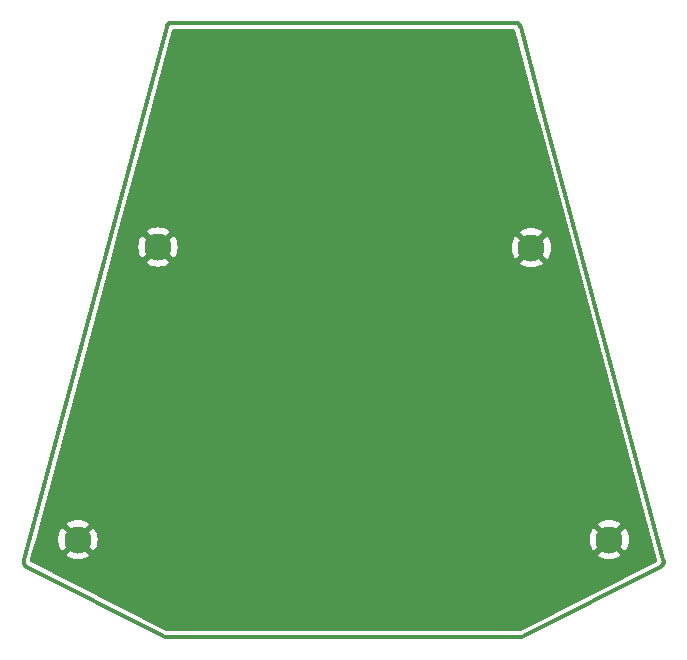
<source format=gtl>
%TF.GenerationSoftware,KiCad,Pcbnew,(6.0.6)*%
%TF.CreationDate,2022-07-30T19:54:54+09:00*%
%TF.ProjectId,pcb_promicro_plate,7063625f-7072-46f6-9d69-63726f5f706c,rev?*%
%TF.SameCoordinates,Original*%
%TF.FileFunction,Copper,L1,Top*%
%TF.FilePolarity,Positive*%
%FSLAX46Y46*%
G04 Gerber Fmt 4.6, Leading zero omitted, Abs format (unit mm)*
G04 Created by KiCad (PCBNEW (6.0.6)) date 2022-07-30 19:54:54*
%MOMM*%
%LPD*%
G01*
G04 APERTURE LIST*
%TA.AperFunction,Profile*%
%ADD10C,0.349999*%
%TD*%
%TA.AperFunction,ComponentPad*%
%ADD11C,2.300000*%
%TD*%
%ADD12C,0.350000*%
G04 APERTURE END LIST*
D10*
X65430922Y-76536269D02*
X65400408Y-76565938D01*
X23979829Y-30558346D02*
X23979829Y-30558346D01*
X23502503Y-30909433D02*
X23509173Y-30889505D01*
X11391991Y-76106323D02*
X11396272Y-76084812D01*
X23588880Y-30746577D02*
X23601829Y-30731009D01*
X53455227Y-30929768D02*
X55550911Y-38804961D01*
X11400305Y-76317877D02*
X11395469Y-76297411D01*
X65567455Y-76192206D02*
X65565701Y-76234730D01*
X11412505Y-76358030D02*
X11405988Y-76338092D01*
X53209144Y-30618118D02*
X53243856Y-30638675D01*
X23816916Y-30585581D02*
X23836341Y-30579326D01*
X11401531Y-76063343D02*
X11401531Y-76063343D01*
X65555573Y-76084766D02*
X65559856Y-76106277D01*
X11384825Y-76213572D02*
X11384399Y-76192251D01*
X65400408Y-76565938D02*
X65367174Y-76593115D01*
X11388383Y-76255833D02*
X11386157Y-76234775D01*
X23524832Y-30850929D02*
X23533779Y-30832313D01*
X53075767Y-30569183D02*
X53095789Y-30573856D01*
X23509173Y-30889505D02*
X23516623Y-30869999D01*
X11602320Y-76605729D02*
X11584712Y-76593143D01*
X65331315Y-76617587D02*
X65312431Y-76628742D01*
X23675100Y-30661928D02*
X23691315Y-30649974D01*
X65483409Y-76470306D02*
X65458620Y-76504321D01*
X23601829Y-30731009D02*
X23615374Y-30716004D01*
X11386157Y-76234775D02*
X11384825Y-76213572D01*
X53442688Y-30889485D02*
X53449359Y-30909412D01*
X23797821Y-30592604D02*
X23816916Y-30585581D01*
X52993201Y-30558793D02*
X53014173Y-30560114D01*
X11396272Y-76084812D02*
X11401531Y-76063343D01*
X11386312Y-76149363D02*
X11388675Y-76127848D01*
X53362979Y-30746567D02*
X53387010Y-30779327D01*
X53055477Y-30565325D02*
X53075767Y-30569183D01*
X23725144Y-30628054D02*
X23742717Y-30618119D01*
X23644169Y-30687746D02*
X23659377Y-30674524D01*
X21400946Y-38804961D02*
X23496633Y-30929768D01*
X53014173Y-30560114D02*
X53034939Y-30562296D01*
X65559856Y-76106277D02*
X65563174Y-76127803D01*
X65292927Y-76639141D02*
X53598289Y-82548344D01*
X11384890Y-76170839D02*
X11386312Y-76149363D01*
X23836341Y-30579326D02*
X23856076Y-30573854D01*
X11658962Y-76639164D02*
X11658962Y-76639164D01*
X23353568Y-82548344D02*
X11658962Y-76639164D01*
X53449359Y-30909412D02*
X53455231Y-30929745D01*
X23708004Y-30638677D02*
X23725144Y-30628054D01*
X23937696Y-30560110D02*
X23958669Y-30558789D01*
X53307690Y-30687740D02*
X53336484Y-30715996D01*
X23576546Y-30762692D02*
X23588880Y-30746577D01*
X53598289Y-82548344D02*
X53598289Y-82548344D01*
X11658962Y-76639164D02*
X11639457Y-76628766D01*
X65560371Y-76276677D02*
X65551560Y-76317834D01*
X65550312Y-76063297D02*
X65550312Y-76063297D01*
X53276759Y-30661924D02*
X53307690Y-30687740D01*
X65312431Y-76628742D02*
X65292927Y-76639141D01*
X11401531Y-76063343D02*
X21400946Y-38804961D01*
X53243856Y-30638675D02*
X53276759Y-30661924D01*
X11584712Y-76593143D02*
X11567760Y-76579881D01*
X23533779Y-30832313D02*
X23543445Y-30814165D01*
X21400946Y-38804961D02*
X21400946Y-38804961D01*
X23742717Y-30618119D02*
X23760701Y-30608888D01*
X52972042Y-30558350D02*
X52972042Y-30558350D01*
X53034939Y-30562296D02*
X53055477Y-30565325D01*
X23629494Y-30701577D02*
X23644169Y-30687746D01*
X11493259Y-76504356D02*
X11480494Y-76487594D01*
X11436945Y-76415913D02*
X11427996Y-76396967D01*
X55550911Y-38804961D02*
X55550911Y-38804961D01*
X65539363Y-76357988D02*
X65523875Y-76396927D01*
X11446682Y-76434476D02*
X11436945Y-76415913D01*
X11567760Y-76579881D02*
X11551477Y-76565969D01*
X23856076Y-30573854D02*
X23876099Y-30569180D01*
X11468468Y-76470343D02*
X11457193Y-76452628D01*
X53418080Y-30832297D02*
X53427028Y-30850912D01*
X11506752Y-76520601D02*
X11493259Y-76504356D01*
X11419845Y-76377664D02*
X11412505Y-76358030D01*
X23691315Y-30649974D02*
X23708004Y-30638677D01*
X38475929Y-30558350D02*
X38475929Y-30558350D01*
X53172786Y-30600379D02*
X53209144Y-30618118D01*
X65551560Y-76317834D02*
X65539363Y-76357988D01*
X53134947Y-30585583D02*
X53172786Y-30600379D01*
X53336484Y-30715996D02*
X53362979Y-30746567D01*
X38475929Y-82548344D02*
X38475929Y-82548344D01*
X65367174Y-76593115D02*
X65349567Y-76605703D01*
X11427996Y-76396967D02*
X11419845Y-76377664D01*
X23496633Y-30929768D02*
X23502503Y-30909433D01*
X65563174Y-76127803D02*
X65565539Y-76149317D01*
X23779075Y-30600378D02*
X23797821Y-30592604D01*
X55550911Y-38804961D02*
X65550312Y-76063297D01*
X23564849Y-30779339D02*
X23576546Y-30762692D01*
X53598289Y-82548344D02*
X38475929Y-82548344D01*
X11551477Y-76565969D02*
X11535873Y-76551434D01*
X65565539Y-76149317D02*
X65567455Y-76192206D01*
X53427028Y-30850912D02*
X53435238Y-30869980D01*
X11535873Y-76551434D02*
X11520961Y-76536302D01*
X23958669Y-30558789D02*
X23979829Y-30558346D01*
X11405988Y-76338092D02*
X11400305Y-76317877D01*
X23353568Y-82548344D02*
X23353568Y-82548344D01*
X11639457Y-76628766D02*
X11620573Y-76617613D01*
X11395469Y-76297411D02*
X11391490Y-76276721D01*
X53095789Y-30573856D02*
X53134947Y-30585583D01*
X38475929Y-30558350D02*
X52972042Y-30558350D01*
X53435238Y-30869980D02*
X53442688Y-30889485D01*
X23615374Y-30716004D02*
X23629494Y-30701577D01*
X65523875Y-76396927D02*
X65505192Y-76434437D01*
X23553808Y-30796502D02*
X23564849Y-30779339D01*
X65505192Y-76434437D02*
X65483409Y-76470306D01*
X23659377Y-30674524D02*
X23675100Y-30661928D01*
X11620573Y-76617613D02*
X11602320Y-76605729D01*
X53408414Y-30814151D02*
X53418080Y-30832297D01*
X11391490Y-76276721D02*
X11388383Y-76255833D01*
X23916929Y-30562293D02*
X23937696Y-30560110D01*
X23979829Y-30558346D02*
X38475929Y-30558350D01*
X65292927Y-76639141D02*
X65292927Y-76639141D01*
X23760701Y-30608888D02*
X23779075Y-30600378D01*
X23876099Y-30569180D02*
X23896390Y-30565322D01*
X11457193Y-76452628D02*
X11446682Y-76434476D01*
X11388675Y-76127848D02*
X11391991Y-76106323D01*
X65565701Y-76234730D02*
X65560371Y-76276677D01*
X65550312Y-76063297D02*
X65555573Y-76084766D01*
X53387010Y-30779327D02*
X53408414Y-30814151D01*
X23543445Y-30814165D02*
X23553808Y-30796502D01*
X65349567Y-76605703D02*
X65331315Y-76617587D01*
X65458620Y-76504321D02*
X65430922Y-76536269D01*
X11480494Y-76487594D02*
X11468468Y-76470343D01*
X11520961Y-76536302D02*
X11506752Y-76520601D01*
X23516623Y-30869999D02*
X23524832Y-30850929D01*
X52972042Y-30558350D02*
X52993201Y-30558793D01*
X23496633Y-30929768D02*
X23496633Y-30929768D01*
X38475929Y-82548344D02*
X23353568Y-82548344D01*
X11384399Y-76192251D02*
X11384890Y-76170839D01*
X23896390Y-30565322D02*
X23916929Y-30562293D01*
D11*
%TO.P,H1,1,1*%
%TO.N,GND*%
X54356000Y-49606200D03*
%TD*%
%TO.P,H4,1,1*%
%TO.N,GND*%
X15976600Y-74320400D03*
%TD*%
%TO.P,H2,1,1*%
%TO.N,GND*%
X60960000Y-74320400D03*
%TD*%
%TO.P,H3,1,1*%
%TO.N,GND*%
X22758400Y-49555400D03*
%TD*%
%TA.AperFunction,Conductor*%
%TO.N,GND*%
G36*
X38436315Y-31066850D02*
G01*
X52868656Y-31066850D01*
X52936777Y-31086852D01*
X52983270Y-31140508D01*
X52990416Y-31160443D01*
X52990417Y-31160444D01*
X52990418Y-31160448D01*
X55041157Y-38866752D01*
X55041959Y-38870747D01*
X55041935Y-38874682D01*
X55044401Y-38883309D01*
X55044401Y-38883311D01*
X55060951Y-38941215D01*
X55061565Y-38943441D01*
X55068565Y-38969749D01*
X55068570Y-38969765D01*
X55068902Y-38971013D01*
X55069080Y-38971431D01*
X55069188Y-38971783D01*
X58364215Y-51249239D01*
X65030849Y-76089497D01*
X65029188Y-76160474D01*
X64989417Y-76219286D01*
X64965979Y-76234616D01*
X53503912Y-82026303D01*
X53447088Y-82039844D01*
X23504769Y-82039844D01*
X23447945Y-82026303D01*
X11985875Y-76234621D01*
X11934095Y-76186047D01*
X11916797Y-76117190D01*
X11921005Y-76089502D01*
X11921007Y-76089497D01*
X12035577Y-75662604D01*
X14999751Y-75662604D01*
X15004320Y-75669135D01*
X15217336Y-75799671D01*
X15226130Y-75804152D01*
X15458092Y-75900234D01*
X15467477Y-75903283D01*
X15711617Y-75961896D01*
X15721364Y-75963439D01*
X15971670Y-75983139D01*
X15981530Y-75983139D01*
X16231836Y-75963439D01*
X16241583Y-75961896D01*
X16485723Y-75903283D01*
X16495108Y-75900234D01*
X16727070Y-75804152D01*
X16735864Y-75799671D01*
X16947475Y-75669996D01*
X16952299Y-75662604D01*
X59983151Y-75662604D01*
X59987720Y-75669135D01*
X60200736Y-75799671D01*
X60209530Y-75804152D01*
X60441492Y-75900234D01*
X60450877Y-75903283D01*
X60695017Y-75961896D01*
X60704764Y-75963439D01*
X60955070Y-75983139D01*
X60964930Y-75983139D01*
X61215236Y-75963439D01*
X61224983Y-75961896D01*
X61469123Y-75903283D01*
X61478508Y-75900234D01*
X61710470Y-75804152D01*
X61719264Y-75799671D01*
X61930875Y-75669996D01*
X61936922Y-75660730D01*
X61930915Y-75650525D01*
X60972812Y-74692422D01*
X60958868Y-74684808D01*
X60957035Y-74684939D01*
X60950420Y-74689190D01*
X59990544Y-75649066D01*
X59983151Y-75662604D01*
X16952299Y-75662604D01*
X16953522Y-75660730D01*
X16947515Y-75650525D01*
X15989412Y-74692422D01*
X15975468Y-74684808D01*
X15973635Y-74684939D01*
X15967020Y-74689190D01*
X15007144Y-75649066D01*
X14999751Y-75662604D01*
X12035577Y-75662604D01*
X12394475Y-74325330D01*
X14313861Y-74325330D01*
X14333561Y-74575636D01*
X14335104Y-74585383D01*
X14393717Y-74829523D01*
X14396766Y-74838908D01*
X14492848Y-75070870D01*
X14497329Y-75079664D01*
X14627004Y-75291275D01*
X14636270Y-75297322D01*
X14646475Y-75291315D01*
X15604578Y-74333212D01*
X15610956Y-74321532D01*
X16341008Y-74321532D01*
X16341139Y-74323365D01*
X16345390Y-74329980D01*
X17305266Y-75289856D01*
X17318804Y-75297249D01*
X17325335Y-75292680D01*
X17455871Y-75079664D01*
X17460352Y-75070870D01*
X17556434Y-74838908D01*
X17559483Y-74829523D01*
X17618096Y-74585383D01*
X17619639Y-74575636D01*
X17639339Y-74325330D01*
X59297261Y-74325330D01*
X59316961Y-74575636D01*
X59318504Y-74585383D01*
X59377117Y-74829523D01*
X59380166Y-74838908D01*
X59476248Y-75070870D01*
X59480729Y-75079664D01*
X59610404Y-75291275D01*
X59619670Y-75297322D01*
X59629875Y-75291315D01*
X60587978Y-74333212D01*
X60594356Y-74321532D01*
X61324408Y-74321532D01*
X61324539Y-74323365D01*
X61328790Y-74329980D01*
X62288666Y-75289856D01*
X62302204Y-75297249D01*
X62308735Y-75292680D01*
X62439271Y-75079664D01*
X62443752Y-75070870D01*
X62539834Y-74838908D01*
X62542883Y-74829523D01*
X62601496Y-74585383D01*
X62603039Y-74575636D01*
X62622739Y-74325330D01*
X62622739Y-74315470D01*
X62603039Y-74065164D01*
X62601496Y-74055417D01*
X62542883Y-73811277D01*
X62539834Y-73801892D01*
X62443752Y-73569930D01*
X62439271Y-73561136D01*
X62309596Y-73349525D01*
X62300330Y-73343478D01*
X62290125Y-73349485D01*
X61332022Y-74307588D01*
X61324408Y-74321532D01*
X60594356Y-74321532D01*
X60595592Y-74319268D01*
X60595461Y-74317435D01*
X60591210Y-74310820D01*
X59631334Y-73350944D01*
X59617796Y-73343551D01*
X59611265Y-73348120D01*
X59480729Y-73561136D01*
X59476248Y-73569930D01*
X59380166Y-73801892D01*
X59377117Y-73811277D01*
X59318504Y-74055417D01*
X59316961Y-74065164D01*
X59297261Y-74315470D01*
X59297261Y-74325330D01*
X17639339Y-74325330D01*
X17639339Y-74315470D01*
X17619639Y-74065164D01*
X17618096Y-74055417D01*
X17559483Y-73811277D01*
X17556434Y-73801892D01*
X17460352Y-73569930D01*
X17455871Y-73561136D01*
X17326196Y-73349525D01*
X17316930Y-73343478D01*
X17306725Y-73349485D01*
X16348622Y-74307588D01*
X16341008Y-74321532D01*
X15610956Y-74321532D01*
X15612192Y-74319268D01*
X15612061Y-74317435D01*
X15607810Y-74310820D01*
X14647934Y-73350944D01*
X14634396Y-73343551D01*
X14627865Y-73348120D01*
X14497329Y-73561136D01*
X14492848Y-73569930D01*
X14396766Y-73801892D01*
X14393717Y-73811277D01*
X14335104Y-74055417D01*
X14333561Y-74065164D01*
X14313861Y-74315470D01*
X14313861Y-74325330D01*
X12394475Y-74325330D01*
X12755516Y-72980070D01*
X14999678Y-72980070D01*
X15005685Y-72990275D01*
X15963788Y-73948378D01*
X15977732Y-73955992D01*
X15979565Y-73955861D01*
X15986180Y-73951610D01*
X16946056Y-72991734D01*
X16952426Y-72980070D01*
X59983078Y-72980070D01*
X59989085Y-72990275D01*
X60947188Y-73948378D01*
X60961132Y-73955992D01*
X60962965Y-73955861D01*
X60969580Y-73951610D01*
X61929456Y-72991734D01*
X61936849Y-72978196D01*
X61932280Y-72971665D01*
X61719264Y-72841129D01*
X61710470Y-72836648D01*
X61478508Y-72740566D01*
X61469123Y-72737517D01*
X61224983Y-72678904D01*
X61215236Y-72677361D01*
X60964930Y-72657661D01*
X60955070Y-72657661D01*
X60704764Y-72677361D01*
X60695017Y-72678904D01*
X60450877Y-72737517D01*
X60441492Y-72740566D01*
X60209530Y-72836648D01*
X60200736Y-72841129D01*
X59989125Y-72970804D01*
X59983078Y-72980070D01*
X16952426Y-72980070D01*
X16953449Y-72978196D01*
X16948880Y-72971665D01*
X16735864Y-72841129D01*
X16727070Y-72836648D01*
X16495108Y-72740566D01*
X16485723Y-72737517D01*
X16241583Y-72678904D01*
X16231836Y-72677361D01*
X15981530Y-72657661D01*
X15971670Y-72657661D01*
X15721364Y-72677361D01*
X15711617Y-72678904D01*
X15467477Y-72737517D01*
X15458092Y-72740566D01*
X15226130Y-72836648D01*
X15217336Y-72841129D01*
X15005725Y-72970804D01*
X14999678Y-72980070D01*
X12755516Y-72980070D01*
X18682014Y-50897604D01*
X21781551Y-50897604D01*
X21786120Y-50904135D01*
X21999136Y-51034671D01*
X22007930Y-51039152D01*
X22239892Y-51135234D01*
X22249277Y-51138283D01*
X22493417Y-51196896D01*
X22503164Y-51198439D01*
X22753470Y-51218139D01*
X22763330Y-51218139D01*
X23013636Y-51198439D01*
X23023383Y-51196896D01*
X23267523Y-51138283D01*
X23276908Y-51135234D01*
X23508870Y-51039152D01*
X23517664Y-51034671D01*
X23658439Y-50948404D01*
X53379151Y-50948404D01*
X53383720Y-50954935D01*
X53596736Y-51085471D01*
X53605530Y-51089952D01*
X53837492Y-51186034D01*
X53846877Y-51189083D01*
X54091017Y-51247696D01*
X54100764Y-51249239D01*
X54351070Y-51268939D01*
X54360930Y-51268939D01*
X54611236Y-51249239D01*
X54620983Y-51247696D01*
X54865123Y-51189083D01*
X54874508Y-51186034D01*
X55106470Y-51089952D01*
X55115264Y-51085471D01*
X55326875Y-50955796D01*
X55332922Y-50946530D01*
X55326915Y-50936325D01*
X54368812Y-49978222D01*
X54354868Y-49970608D01*
X54353035Y-49970739D01*
X54346420Y-49974990D01*
X53386544Y-50934866D01*
X53379151Y-50948404D01*
X23658439Y-50948404D01*
X23729275Y-50904996D01*
X23735322Y-50895730D01*
X23729315Y-50885525D01*
X22771212Y-49927422D01*
X22757268Y-49919808D01*
X22755435Y-49919939D01*
X22748820Y-49924190D01*
X21788944Y-50884066D01*
X21781551Y-50897604D01*
X18682014Y-50897604D01*
X19040912Y-49560330D01*
X21095661Y-49560330D01*
X21115361Y-49810636D01*
X21116904Y-49820383D01*
X21175517Y-50064523D01*
X21178566Y-50073908D01*
X21274648Y-50305870D01*
X21279129Y-50314664D01*
X21408804Y-50526275D01*
X21418070Y-50532322D01*
X21428275Y-50526315D01*
X22386378Y-49568212D01*
X22392756Y-49556532D01*
X23122808Y-49556532D01*
X23122939Y-49558365D01*
X23127190Y-49564980D01*
X24087066Y-50524856D01*
X24100604Y-50532249D01*
X24107135Y-50527680D01*
X24237671Y-50314664D01*
X24242152Y-50305870D01*
X24338234Y-50073908D01*
X24341283Y-50064523D01*
X24399896Y-49820383D01*
X24401439Y-49810636D01*
X24417141Y-49611130D01*
X52693261Y-49611130D01*
X52712961Y-49861436D01*
X52714504Y-49871183D01*
X52773117Y-50115323D01*
X52776166Y-50124708D01*
X52872248Y-50356670D01*
X52876729Y-50365464D01*
X53006404Y-50577075D01*
X53015670Y-50583122D01*
X53025875Y-50577115D01*
X53983978Y-49619012D01*
X53990356Y-49607332D01*
X54720408Y-49607332D01*
X54720539Y-49609165D01*
X54724790Y-49615780D01*
X55684666Y-50575656D01*
X55698204Y-50583049D01*
X55704735Y-50578480D01*
X55835271Y-50365464D01*
X55839752Y-50356670D01*
X55935834Y-50124708D01*
X55938883Y-50115323D01*
X55997496Y-49871183D01*
X55999039Y-49861436D01*
X56018739Y-49611130D01*
X56018739Y-49601270D01*
X55999039Y-49350964D01*
X55997496Y-49341217D01*
X55938883Y-49097077D01*
X55935834Y-49087692D01*
X55839752Y-48855730D01*
X55835271Y-48846936D01*
X55705596Y-48635325D01*
X55696330Y-48629278D01*
X55686125Y-48635285D01*
X54728022Y-49593388D01*
X54720408Y-49607332D01*
X53990356Y-49607332D01*
X53991592Y-49605068D01*
X53991461Y-49603235D01*
X53987210Y-49596620D01*
X53027334Y-48636744D01*
X53013796Y-48629351D01*
X53007265Y-48633920D01*
X52876729Y-48846936D01*
X52872248Y-48855730D01*
X52776166Y-49087692D01*
X52773117Y-49097077D01*
X52714504Y-49341217D01*
X52712961Y-49350964D01*
X52693261Y-49601270D01*
X52693261Y-49611130D01*
X24417141Y-49611130D01*
X24421139Y-49560330D01*
X24421139Y-49550470D01*
X24401439Y-49300164D01*
X24399896Y-49290417D01*
X24341283Y-49046277D01*
X24338234Y-49036892D01*
X24242152Y-48804930D01*
X24237671Y-48796136D01*
X24107996Y-48584525D01*
X24098730Y-48578478D01*
X24088525Y-48584485D01*
X23130422Y-49542588D01*
X23122808Y-49556532D01*
X22392756Y-49556532D01*
X22393992Y-49554268D01*
X22393861Y-49552435D01*
X22389610Y-49545820D01*
X21429734Y-48585944D01*
X21416196Y-48578551D01*
X21409665Y-48583120D01*
X21279129Y-48796136D01*
X21274648Y-48804930D01*
X21178566Y-49036892D01*
X21175517Y-49046277D01*
X21116904Y-49290417D01*
X21115361Y-49300164D01*
X21095661Y-49550470D01*
X21095661Y-49560330D01*
X19040912Y-49560330D01*
X19401953Y-48215070D01*
X21781478Y-48215070D01*
X21787485Y-48225275D01*
X22745588Y-49183378D01*
X22759532Y-49190992D01*
X22761365Y-49190861D01*
X22767980Y-49186610D01*
X23688720Y-48265870D01*
X53379078Y-48265870D01*
X53385085Y-48276075D01*
X54343188Y-49234178D01*
X54357132Y-49241792D01*
X54358965Y-49241661D01*
X54365580Y-49237410D01*
X55325456Y-48277534D01*
X55332849Y-48263996D01*
X55328280Y-48257465D01*
X55115264Y-48126929D01*
X55106470Y-48122448D01*
X54874508Y-48026366D01*
X54865123Y-48023317D01*
X54620983Y-47964704D01*
X54611236Y-47963161D01*
X54360930Y-47943461D01*
X54351070Y-47943461D01*
X54100764Y-47963161D01*
X54091017Y-47964704D01*
X53846877Y-48023317D01*
X53837492Y-48026366D01*
X53605530Y-48122448D01*
X53596736Y-48126929D01*
X53385125Y-48256604D01*
X53379078Y-48265870D01*
X23688720Y-48265870D01*
X23727856Y-48226734D01*
X23735249Y-48213196D01*
X23730680Y-48206665D01*
X23517664Y-48076129D01*
X23508870Y-48071648D01*
X23276908Y-47975566D01*
X23267523Y-47972517D01*
X23023383Y-47913904D01*
X23013636Y-47912361D01*
X22763330Y-47892661D01*
X22753470Y-47892661D01*
X22503164Y-47912361D01*
X22493417Y-47913904D01*
X22249277Y-47972517D01*
X22239892Y-47975566D01*
X22007930Y-48071648D01*
X21999136Y-48076129D01*
X21787525Y-48205804D01*
X21781478Y-48215070D01*
X19401953Y-48215070D01*
X21881867Y-38974774D01*
X21881974Y-38974426D01*
X21882157Y-38974010D01*
X21889529Y-38946307D01*
X21890555Y-38942678D01*
X21906459Y-38889497D01*
X21909032Y-38880895D01*
X21909071Y-38874502D01*
X21910595Y-38867145D01*
X23961444Y-31160444D01*
X23998291Y-31099758D01*
X24062098Y-31068627D01*
X24083206Y-31066846D01*
X38436315Y-31066850D01*
G37*
%TD.AperFunction*%
%TD*%
D12*
X54356000Y-49606200D03*
X15976600Y-74320400D03*
X60960000Y-74320400D03*
X22758400Y-49555400D03*
M02*

</source>
